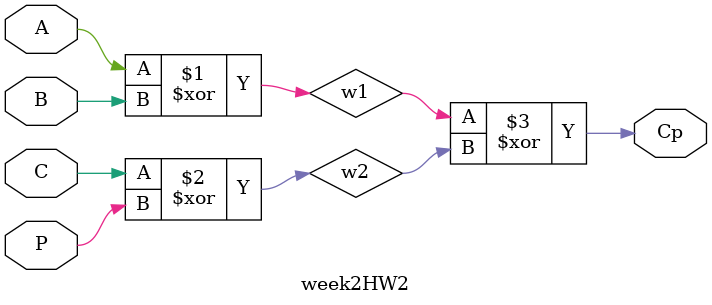
<source format=v>
`timescale 1ns / 1ps        //12181457 ±è¹ü¼ö Week2HW2


module week2HW2(
    input A,                //input A ¼³Á¤
    input B,                //input B ¼³Á¤
    input C,                //input C ¼³Á¤
    input P,                //input P ¼³Á¤
    output Cp               //output Cp ¼³Á¤
    );
    wire w1;                //wire w1 ¼³Á¤
    wire w2;                //wire w2 ¼³Á¤
    
    assign w1 = A ^ B;      //w1 = A xor B
    assign w2 = C ^ P;      //w2 = C xor P
    assign Cp= w1 ^ w2;     //Cp = w1 xor w2
endmodule

</source>
